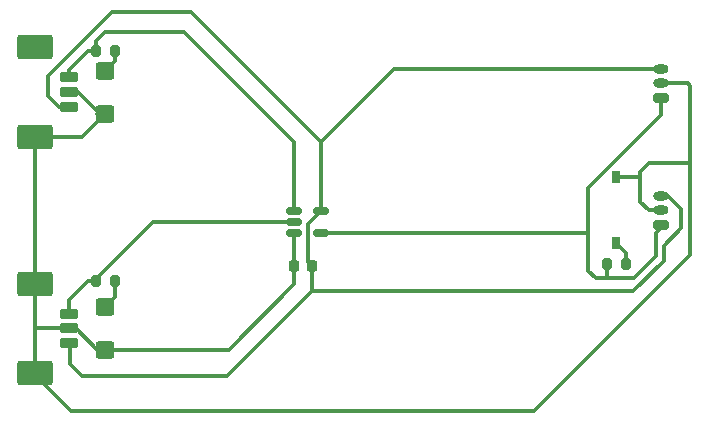
<source format=gbr>
%TF.GenerationSoftware,KiCad,Pcbnew,(6.0.4-0)*%
%TF.CreationDate,2022-12-31T15:50:48-05:00*%
%TF.ProjectId,ANDgate,414e4467-6174-4652-9e6b-696361645f70,rev?*%
%TF.SameCoordinates,Original*%
%TF.FileFunction,Copper,L1,Top*%
%TF.FilePolarity,Positive*%
%FSLAX46Y46*%
G04 Gerber Fmt 4.6, Leading zero omitted, Abs format (unit mm)*
G04 Created by KiCad (PCBNEW (6.0.4-0)) date 2022-12-31 15:50:48*
%MOMM*%
%LPD*%
G01*
G04 APERTURE LIST*
G04 Aperture macros list*
%AMRoundRect*
0 Rectangle with rounded corners*
0 $1 Rounding radius*
0 $2 $3 $4 $5 $6 $7 $8 $9 X,Y pos of 4 corners*
0 Add a 4 corners polygon primitive as box body*
4,1,4,$2,$3,$4,$5,$6,$7,$8,$9,$2,$3,0*
0 Add four circle primitives for the rounded corners*
1,1,$1+$1,$2,$3*
1,1,$1+$1,$4,$5*
1,1,$1+$1,$6,$7*
1,1,$1+$1,$8,$9*
0 Add four rect primitives between the rounded corners*
20,1,$1+$1,$2,$3,$4,$5,0*
20,1,$1+$1,$4,$5,$6,$7,0*
20,1,$1+$1,$6,$7,$8,$9,0*
20,1,$1+$1,$8,$9,$2,$3,0*%
G04 Aperture macros list end*
%TA.AperFunction,ComponentPad*%
%ADD10RoundRect,0.200000X0.450000X-0.200000X0.450000X0.200000X-0.450000X0.200000X-0.450000X-0.200000X0*%
%TD*%
%TA.AperFunction,ComponentPad*%
%ADD11O,1.300000X0.800000*%
%TD*%
%TA.AperFunction,SMDPad,CuDef*%
%ADD12R,0.700000X1.000000*%
%TD*%
%TA.AperFunction,SMDPad,CuDef*%
%ADD13RoundRect,0.200000X-0.600000X0.200000X-0.600000X-0.200000X0.600000X-0.200000X0.600000X0.200000X0*%
%TD*%
%TA.AperFunction,SMDPad,CuDef*%
%ADD14RoundRect,0.250001X-1.249999X0.799999X-1.249999X-0.799999X1.249999X-0.799999X1.249999X0.799999X0*%
%TD*%
%TA.AperFunction,SMDPad,CuDef*%
%ADD15RoundRect,0.300000X0.500000X-0.450000X0.500000X0.450000X-0.500000X0.450000X-0.500000X-0.450000X0*%
%TD*%
%TA.AperFunction,SMDPad,CuDef*%
%ADD16RoundRect,0.150000X-0.512500X-0.150000X0.512500X-0.150000X0.512500X0.150000X-0.512500X0.150000X0*%
%TD*%
%TA.AperFunction,SMDPad,CuDef*%
%ADD17RoundRect,0.200000X-0.200000X-0.275000X0.200000X-0.275000X0.200000X0.275000X-0.200000X0.275000X0*%
%TD*%
%TA.AperFunction,SMDPad,CuDef*%
%ADD18RoundRect,0.225000X0.225000X0.250000X-0.225000X0.250000X-0.225000X-0.250000X0.225000X-0.250000X0*%
%TD*%
%TA.AperFunction,Conductor*%
%ADD19C,0.300000*%
%TD*%
G04 APERTURE END LIST*
D10*
%TO.P,J4,1,Pin_1*%
%TO.N,/Y*%
X173300000Y-95500000D03*
D11*
%TO.P,J4,2,Pin_2*%
%TO.N,GND*%
X173300000Y-94250000D03*
%TO.P,J4,3,Pin_3*%
%TO.N,+5V*%
X173300000Y-93000000D03*
%TD*%
D10*
%TO.P,J3,1,Pin_1*%
%TO.N,/Y*%
X173300000Y-106250000D03*
D11*
%TO.P,J3,2,Pin_2*%
%TO.N,GND*%
X173300000Y-105000000D03*
%TO.P,J3,3,Pin_3*%
%TO.N,+5V*%
X173300000Y-103750000D03*
%TD*%
D12*
%TO.P,D3,1,K*%
%TO.N,GND*%
X169500000Y-102200000D03*
%TO.P,D3,2,A*%
%TO.N,Net-(D3-Pad2)*%
X169500000Y-107800000D03*
%TD*%
D13*
%TO.P,J1,1,Pin_1*%
%TO.N,/A*%
X123150000Y-93750000D03*
%TO.P,J1,2,Pin_2*%
%TO.N,GND*%
X123150000Y-95000000D03*
%TO.P,J1,3,Pin_3*%
%TO.N,+5V*%
X123150000Y-96250000D03*
D14*
%TO.P,J1,MP*%
%TO.N,N/C*%
X120250000Y-91200000D03*
X120250000Y-98800000D03*
%TD*%
D15*
%TO.P,D2,1,K*%
%TO.N,GND*%
X126250000Y-116800000D03*
%TO.P,D2,2,A*%
%TO.N,Net-(D2-Pad2)*%
X126250000Y-113200000D03*
%TD*%
D16*
%TO.P,U1,1*%
%TO.N,/A*%
X142240000Y-105034000D03*
%TO.P,U1,2*%
%TO.N,/B*%
X142240000Y-105984000D03*
%TO.P,U1,3,GND*%
%TO.N,GND*%
X142240000Y-106934000D03*
%TO.P,U1,4*%
%TO.N,/Y*%
X144515000Y-106934000D03*
%TO.P,U1,5,VCC*%
%TO.N,+5V*%
X144515000Y-105034000D03*
%TD*%
D15*
%TO.P,D1,1,K*%
%TO.N,GND*%
X126250000Y-96800000D03*
%TO.P,D1,2,A*%
%TO.N,Net-(D1-Pad2)*%
X126250000Y-93200000D03*
%TD*%
D17*
%TO.P,R3,1*%
%TO.N,/Y*%
X168675000Y-109500000D03*
%TO.P,R3,2*%
%TO.N,Net-(D3-Pad2)*%
X170325000Y-109500000D03*
%TD*%
%TO.P,R1,1*%
%TO.N,/A*%
X125425000Y-91500000D03*
%TO.P,R1,2*%
%TO.N,Net-(D1-Pad2)*%
X127075000Y-91500000D03*
%TD*%
D18*
%TO.P,C1,1*%
%TO.N,+5V*%
X143775000Y-109750000D03*
%TO.P,C1,2*%
%TO.N,GND*%
X142225000Y-109750000D03*
%TD*%
D13*
%TO.P,J2,1,Pin_1*%
%TO.N,/B*%
X123150000Y-113750000D03*
%TO.P,J2,2,Pin_2*%
%TO.N,GND*%
X123150000Y-115000000D03*
%TO.P,J2,3,Pin_3*%
%TO.N,+5V*%
X123150000Y-116250000D03*
D14*
%TO.P,J2,MP*%
%TO.N,N/C*%
X120250000Y-111200000D03*
X120250000Y-118800000D03*
%TD*%
D17*
%TO.P,R2,1*%
%TO.N,/B*%
X125425000Y-111000000D03*
%TO.P,R2,2*%
%TO.N,Net-(D2-Pad2)*%
X127075000Y-111000000D03*
%TD*%
D19*
%TO.N,/Y*%
X167109000Y-106934000D02*
X167109000Y-103091000D01*
X167109000Y-103091000D02*
X173300000Y-96900000D01*
X173300000Y-96900000D02*
X173300000Y-95500000D01*
%TO.N,GND*%
X173300000Y-94250000D02*
X175550000Y-94250000D01*
X175550000Y-94250000D02*
X175750000Y-94450000D01*
X175750000Y-94450000D02*
X175750000Y-101000000D01*
%TO.N,+5V*%
X173300000Y-93000000D02*
X150700000Y-93000000D01*
X150700000Y-93000000D02*
X144500000Y-99200000D01*
%TO.N,GND*%
X171500000Y-101750000D02*
X171500000Y-102250000D01*
X171500000Y-102250000D02*
X171500000Y-102750000D01*
X169500000Y-102200000D02*
X171450000Y-102200000D01*
X171450000Y-102200000D02*
X171500000Y-102250000D01*
%TO.N,Net-(D3-Pad2)*%
X169500000Y-107800000D02*
X170325000Y-108625000D01*
X170325000Y-108625000D02*
X170325000Y-109500000D01*
%TO.N,GND*%
X171500000Y-102750000D02*
X171500000Y-104250000D01*
X175750000Y-101000000D02*
X175750000Y-101200000D01*
X175750000Y-101000000D02*
X172250000Y-101000000D01*
X172250000Y-101000000D02*
X171500000Y-101750000D01*
X172250000Y-105000000D02*
X173500000Y-105000000D01*
X171500000Y-104250000D02*
X172250000Y-105000000D01*
X120250000Y-98800000D02*
X120250000Y-111200000D01*
X120250000Y-118800000D02*
X120250000Y-118950000D01*
X120250000Y-115000000D02*
X120250000Y-118800000D01*
X120250000Y-98800000D02*
X124250000Y-98800000D01*
X120250000Y-111200000D02*
X120250000Y-115000000D01*
X120250000Y-118950000D02*
X123300000Y-122000000D01*
X124250000Y-98800000D02*
X126250000Y-96800000D01*
X123150000Y-115000000D02*
X120250000Y-115000000D01*
X123300000Y-122000000D02*
X162550000Y-122000000D01*
X162550000Y-122000000D02*
X175750000Y-108800000D01*
X175750000Y-101200000D02*
X175750000Y-108800000D01*
%TO.N,+5V*%
X143775000Y-109750000D02*
X143400000Y-109375000D01*
X173500000Y-103750000D02*
X173850000Y-103750000D01*
X173850000Y-103750000D02*
X175000000Y-104900000D01*
X175000000Y-104900000D02*
X175000000Y-106500000D01*
X175000000Y-106500000D02*
X173500000Y-108000000D01*
X173500000Y-108000000D02*
X173500000Y-109250000D01*
X173500000Y-109250000D02*
X170950000Y-111800000D01*
X170950000Y-111800000D02*
X143700000Y-111800000D01*
%TO.N,/Y*%
X172850000Y-108900000D02*
X172850000Y-106900000D01*
X172850000Y-106900000D02*
X173500000Y-106250000D01*
X167750000Y-110750000D02*
X168750000Y-110750000D01*
X168750000Y-110750000D02*
X171000000Y-110750000D01*
X168675000Y-109500000D02*
X168675000Y-110675000D01*
X168675000Y-110675000D02*
X168750000Y-110750000D01*
X167109000Y-106934000D02*
X167109000Y-110109000D01*
X167109000Y-110109000D02*
X167750000Y-110750000D01*
X171000000Y-110750000D02*
X172850000Y-108900000D01*
%TO.N,GND*%
X126250000Y-96800000D02*
X125550000Y-96800000D01*
X123150000Y-115000000D02*
X123750000Y-115000000D01*
X123150000Y-95000000D02*
X123950070Y-95000000D01*
X123750000Y-115000000D02*
X125550000Y-116800000D01*
X136700000Y-116800000D02*
X142250000Y-111250000D01*
X142250000Y-111250000D02*
X142250000Y-106944000D01*
X126250000Y-116800000D02*
X136700000Y-116800000D01*
X123950070Y-95000000D02*
X125750070Y-96800000D01*
X125750070Y-96800000D02*
X126250000Y-96800000D01*
X125550000Y-116800000D02*
X126250000Y-116800000D01*
X142250000Y-106944000D02*
X142240000Y-106934000D01*
%TO.N,Net-(D1-Pad2)*%
X127075000Y-92375000D02*
X126250000Y-93200000D01*
X127075000Y-91500000D02*
X127075000Y-92375000D01*
%TO.N,Net-(D2-Pad2)*%
X127075000Y-111000000D02*
X127075000Y-112375000D01*
X127075000Y-112375000D02*
X126250000Y-113200000D01*
%TO.N,/A*%
X142240000Y-99240000D02*
X142240000Y-105034000D01*
X126200000Y-89900000D02*
X132900000Y-89900000D01*
X123150000Y-93750000D02*
X123150000Y-93100000D01*
X124750000Y-91500000D02*
X125425000Y-91500000D01*
X125425000Y-91500000D02*
X125425000Y-90675000D01*
X125425000Y-90675000D02*
X126200000Y-89900000D01*
X132900000Y-89900000D02*
X142240000Y-99240000D01*
X123150000Y-93100000D02*
X124750000Y-91500000D01*
%TO.N,/B*%
X123150000Y-112600000D02*
X124750000Y-111000000D01*
X125425000Y-111000000D02*
X125425000Y-110825000D01*
X130266000Y-105984000D02*
X142240000Y-105984000D01*
X125425000Y-110825000D02*
X130266000Y-105984000D01*
X124750000Y-111000000D02*
X125425000Y-111000000D01*
X123150000Y-113750000D02*
X123150000Y-112600000D01*
%TO.N,/Y*%
X144515000Y-106934000D02*
X167109000Y-106934000D01*
%TO.N,+5V*%
X121400000Y-95300000D02*
X121400000Y-93600000D01*
X143400000Y-106149000D02*
X143400000Y-109375000D01*
X144500000Y-99200000D02*
X144500000Y-105019000D01*
X136500000Y-119000000D02*
X143700000Y-111800000D01*
X143775000Y-111725000D02*
X143775000Y-109750000D01*
X144515000Y-105034000D02*
X143400000Y-106149000D01*
X123250000Y-118000000D02*
X124250000Y-119000000D01*
X123150000Y-96250000D02*
X122350000Y-96250000D01*
X123250000Y-116350000D02*
X123250000Y-118000000D01*
X123150000Y-116250000D02*
X123250000Y-116350000D01*
X143700000Y-111800000D02*
X143775000Y-111725000D01*
X124250000Y-119000000D02*
X136500000Y-119000000D01*
X126800000Y-88200000D02*
X133500000Y-88200000D01*
X121400000Y-93600000D02*
X126800000Y-88200000D01*
X144500000Y-105019000D02*
X144515000Y-105034000D01*
X133500000Y-88200000D02*
X144500000Y-99200000D01*
X122350000Y-96250000D02*
X121400000Y-95300000D01*
%TD*%
M02*

</source>
